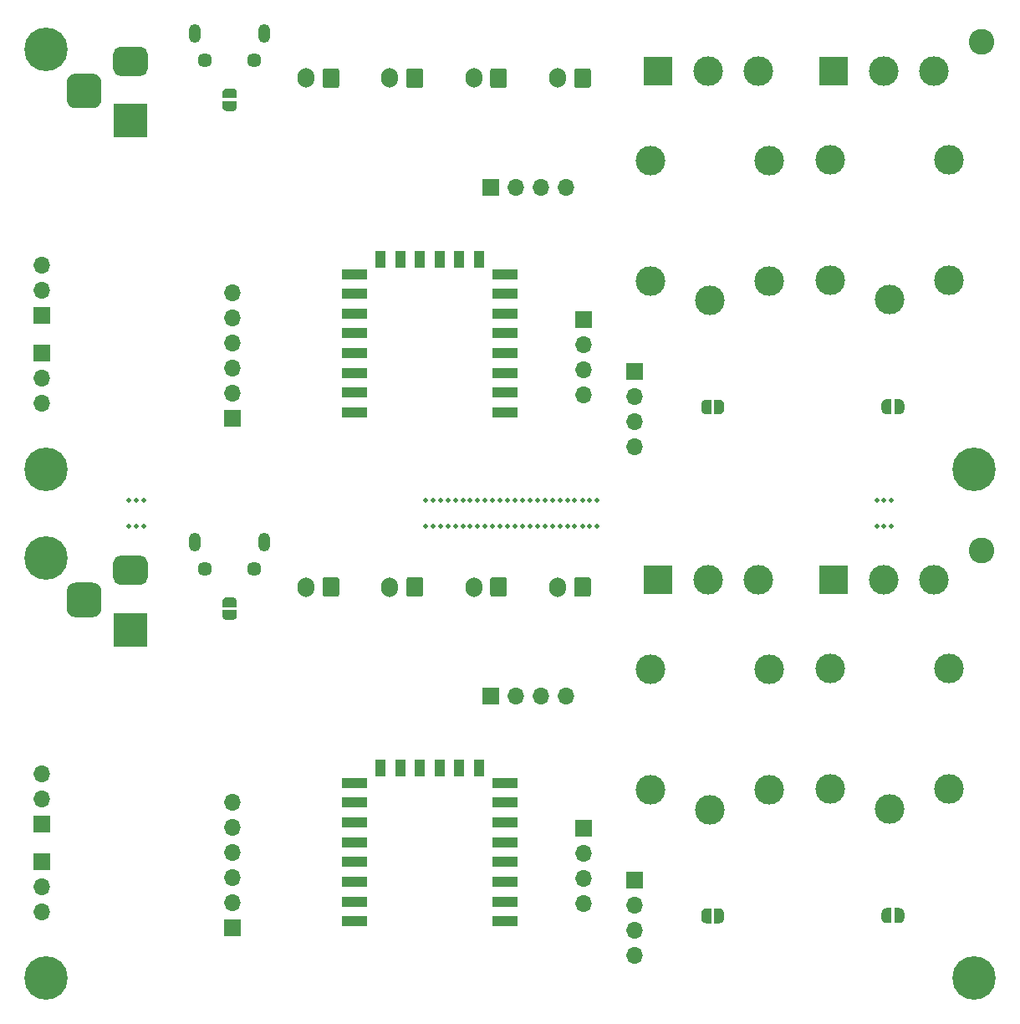
<source format=gbr>
G04 #@! TF.GenerationSoftware,KiCad,Pcbnew,5.1.9-73d0e3b20d~88~ubuntu18.04.1*
G04 #@! TF.CreationDate,2021-04-02T00:43:31+03:00*
G04 #@! TF.ProjectId,electra-100x100mm-2x1-panel,656c6563-7472-4612-9d31-303078313030,1*
G04 #@! TF.SameCoordinates,Original*
G04 #@! TF.FileFunction,Soldermask,Bot*
G04 #@! TF.FilePolarity,Negative*
%FSLAX46Y46*%
G04 Gerber Fmt 4.6, Leading zero omitted, Abs format (unit mm)*
G04 Created by KiCad (PCBNEW 5.1.9-73d0e3b20d~88~ubuntu18.04.1) date 2021-04-02 00:43:31*
%MOMM*%
%LPD*%
G01*
G04 APERTURE LIST*
%ADD10C,4.400000*%
%ADD11C,0.700000*%
%ADD12O,1.700000X2.000000*%
%ADD13C,0.100000*%
%ADD14C,3.000000*%
%ADD15R,3.000000X3.000000*%
%ADD16R,3.500000X3.500000*%
%ADD17O,1.700000X1.700000*%
%ADD18R,1.700000X1.700000*%
%ADD19O,1.200000X1.900000*%
%ADD20C,1.450000*%
%ADD21C,2.600000*%
%ADD22R,2.500000X1.000000*%
%ADD23R,1.000000X1.800000*%
%ADD24C,0.500000*%
G04 APERTURE END LIST*
D10*
X108566600Y-158167800D03*
D11*
X110216600Y-158167800D03*
X109733326Y-159334526D03*
X108566600Y-159817800D03*
X107399874Y-159334526D03*
X106916600Y-158167800D03*
X107399874Y-157001074D03*
X108566600Y-156517800D03*
X109733326Y-157001074D03*
D12*
X160394400Y-118611400D03*
G36*
G01*
X163744400Y-117861400D02*
X163744400Y-119361400D01*
G75*
G02*
X163494400Y-119611400I-250000J0D01*
G01*
X162294400Y-119611400D01*
G75*
G02*
X162044400Y-119361400I0J250000D01*
G01*
X162044400Y-117861400D01*
G75*
G02*
X162294400Y-117611400I250000J0D01*
G01*
X163494400Y-117611400D01*
G75*
G02*
X163744400Y-117861400I0J-250000D01*
G01*
G37*
D13*
G36*
X194476900Y-151110000D02*
G01*
X194976900Y-151110000D01*
X194976900Y-151110602D01*
X195001434Y-151110602D01*
X195050265Y-151115412D01*
X195098390Y-151124984D01*
X195145345Y-151139228D01*
X195190678Y-151158005D01*
X195233951Y-151181136D01*
X195274750Y-151208396D01*
X195312679Y-151239524D01*
X195347376Y-151274221D01*
X195378504Y-151312150D01*
X195405764Y-151352949D01*
X195428895Y-151396222D01*
X195447672Y-151441555D01*
X195461916Y-151488510D01*
X195471488Y-151536635D01*
X195476298Y-151585466D01*
X195476298Y-151610000D01*
X195476900Y-151610000D01*
X195476900Y-152110000D01*
X195476298Y-152110000D01*
X195476298Y-152134534D01*
X195471488Y-152183365D01*
X195461916Y-152231490D01*
X195447672Y-152278445D01*
X195428895Y-152323778D01*
X195405764Y-152367051D01*
X195378504Y-152407850D01*
X195347376Y-152445779D01*
X195312679Y-152480476D01*
X195274750Y-152511604D01*
X195233951Y-152538864D01*
X195190678Y-152561995D01*
X195145345Y-152580772D01*
X195098390Y-152595016D01*
X195050265Y-152604588D01*
X195001434Y-152609398D01*
X194976900Y-152609398D01*
X194976900Y-152610000D01*
X194476900Y-152610000D01*
X194476900Y-151110000D01*
G37*
G36*
X193676900Y-152609398D02*
G01*
X193652366Y-152609398D01*
X193603535Y-152604588D01*
X193555410Y-152595016D01*
X193508455Y-152580772D01*
X193463122Y-152561995D01*
X193419849Y-152538864D01*
X193379050Y-152511604D01*
X193341121Y-152480476D01*
X193306424Y-152445779D01*
X193275296Y-152407850D01*
X193248036Y-152367051D01*
X193224905Y-152323778D01*
X193206128Y-152278445D01*
X193191884Y-152231490D01*
X193182312Y-152183365D01*
X193177502Y-152134534D01*
X193177502Y-152110000D01*
X193176900Y-152110000D01*
X193176900Y-151610000D01*
X193177502Y-151610000D01*
X193177502Y-151585466D01*
X193182312Y-151536635D01*
X193191884Y-151488510D01*
X193206128Y-151441555D01*
X193224905Y-151396222D01*
X193248036Y-151352949D01*
X193275296Y-151312150D01*
X193306424Y-151274221D01*
X193341121Y-151239524D01*
X193379050Y-151208396D01*
X193419849Y-151181136D01*
X193463122Y-151158005D01*
X193508455Y-151139228D01*
X193555410Y-151124984D01*
X193603535Y-151115412D01*
X193652366Y-151110602D01*
X193676900Y-151110602D01*
X193676900Y-151110000D01*
X194176900Y-151110000D01*
X194176900Y-152610000D01*
X193676900Y-152610000D01*
X193676900Y-152609398D01*
G37*
D14*
X198486600Y-117887800D03*
X193406600Y-117887800D03*
D15*
X188326600Y-117887800D03*
G36*
G01*
X146751800Y-117861400D02*
X146751800Y-119361400D01*
G75*
G02*
X146501800Y-119611400I-250000J0D01*
G01*
X145301800Y-119611400D01*
G75*
G02*
X145051800Y-119361400I0J250000D01*
G01*
X145051800Y-117861400D01*
G75*
G02*
X145301800Y-117611400I250000J0D01*
G01*
X146501800Y-117611400D01*
G75*
G02*
X146751800Y-117861400I0J-250000D01*
G01*
G37*
D12*
X143401800Y-118611400D03*
X134918200Y-118611400D03*
G36*
G01*
X138268200Y-117861400D02*
X138268200Y-119361400D01*
G75*
G02*
X138018200Y-119611400I-250000J0D01*
G01*
X136818200Y-119611400D01*
G75*
G02*
X136568200Y-119361400I0J250000D01*
G01*
X136568200Y-117861400D01*
G75*
G02*
X136818200Y-117611400I250000J0D01*
G01*
X138018200Y-117611400D01*
G75*
G02*
X138268200Y-117861400I0J-250000D01*
G01*
G37*
D15*
X170576600Y-117887800D03*
D14*
X175656600Y-117887800D03*
X180736600Y-117887800D03*
G36*
G01*
X111541600Y-118167800D02*
X113291600Y-118167800D01*
G75*
G02*
X114166600Y-119042800I0J-875000D01*
G01*
X114166600Y-120792800D01*
G75*
G02*
X113291600Y-121667800I-875000J0D01*
G01*
X111541600Y-121667800D01*
G75*
G02*
X110666600Y-120792800I0J875000D01*
G01*
X110666600Y-119042800D01*
G75*
G02*
X111541600Y-118167800I875000J0D01*
G01*
G37*
G36*
G01*
X116116600Y-115417800D02*
X118116600Y-115417800D01*
G75*
G02*
X118866600Y-116167800I0J-750000D01*
G01*
X118866600Y-117667800D01*
G75*
G02*
X118116600Y-118417800I-750000J0D01*
G01*
X116116600Y-118417800D01*
G75*
G02*
X115366600Y-117667800I0J750000D01*
G01*
X115366600Y-116167800D01*
G75*
G02*
X116116600Y-115417800I750000J0D01*
G01*
G37*
D16*
X117116600Y-122917800D03*
D17*
X108106600Y-137559800D03*
X108106600Y-140099800D03*
D18*
X108106600Y-142639800D03*
D17*
X127436000Y-140379200D03*
X127436000Y-142919200D03*
X127436000Y-145459200D03*
X127436000Y-147999200D03*
X127436000Y-150539200D03*
D18*
X127436000Y-153079200D03*
D13*
G36*
X126406600Y-120645800D02*
G01*
X126406600Y-120145800D01*
X126407202Y-120145800D01*
X126407202Y-120121266D01*
X126412012Y-120072435D01*
X126421584Y-120024310D01*
X126435828Y-119977355D01*
X126454605Y-119932022D01*
X126477736Y-119888749D01*
X126504996Y-119847950D01*
X126536124Y-119810021D01*
X126570821Y-119775324D01*
X126608750Y-119744196D01*
X126649549Y-119716936D01*
X126692822Y-119693805D01*
X126738155Y-119675028D01*
X126785110Y-119660784D01*
X126833235Y-119651212D01*
X126882066Y-119646402D01*
X126906600Y-119646402D01*
X126906600Y-119645800D01*
X127406600Y-119645800D01*
X127406600Y-119646402D01*
X127431134Y-119646402D01*
X127479965Y-119651212D01*
X127528090Y-119660784D01*
X127575045Y-119675028D01*
X127620378Y-119693805D01*
X127663651Y-119716936D01*
X127704450Y-119744196D01*
X127742379Y-119775324D01*
X127777076Y-119810021D01*
X127808204Y-119847950D01*
X127835464Y-119888749D01*
X127858595Y-119932022D01*
X127877372Y-119977355D01*
X127891616Y-120024310D01*
X127901188Y-120072435D01*
X127905998Y-120121266D01*
X127905998Y-120145800D01*
X127906600Y-120145800D01*
X127906600Y-120645800D01*
X126406600Y-120645800D01*
G37*
G36*
X127905998Y-121445800D02*
G01*
X127905998Y-121470334D01*
X127901188Y-121519165D01*
X127891616Y-121567290D01*
X127877372Y-121614245D01*
X127858595Y-121659578D01*
X127835464Y-121702851D01*
X127808204Y-121743650D01*
X127777076Y-121781579D01*
X127742379Y-121816276D01*
X127704450Y-121847404D01*
X127663651Y-121874664D01*
X127620378Y-121897795D01*
X127575045Y-121916572D01*
X127528090Y-121930816D01*
X127479965Y-121940388D01*
X127431134Y-121945198D01*
X127406600Y-121945198D01*
X127406600Y-121945800D01*
X126906600Y-121945800D01*
X126906600Y-121945198D01*
X126882066Y-121945198D01*
X126833235Y-121940388D01*
X126785110Y-121930816D01*
X126738155Y-121916572D01*
X126692822Y-121897795D01*
X126649549Y-121874664D01*
X126608750Y-121847404D01*
X126570821Y-121816276D01*
X126536124Y-121781579D01*
X126504996Y-121743650D01*
X126477736Y-121702851D01*
X126454605Y-121659578D01*
X126435828Y-121614245D01*
X126421584Y-121567290D01*
X126412012Y-121519165D01*
X126407202Y-121470334D01*
X126407202Y-121445800D01*
X126406600Y-121445800D01*
X126406600Y-120945800D01*
X127906600Y-120945800D01*
X127906600Y-121445800D01*
X127905998Y-121445800D01*
G37*
D18*
X108106600Y-146449800D03*
D17*
X108106600Y-148989800D03*
X108106600Y-151529800D03*
D19*
X123626600Y-114097800D03*
X130626600Y-114097800D03*
D20*
X124626600Y-116797800D03*
X129626600Y-116797800D03*
D17*
X161192600Y-129685800D03*
X158652600Y-129685800D03*
X156112600Y-129685800D03*
D18*
X153572600Y-129685800D03*
D14*
X199966600Y-139037800D03*
X199966600Y-126837800D03*
X187966600Y-126837800D03*
X187966600Y-139037800D03*
X193966600Y-141037800D03*
D21*
X203331200Y-114903000D03*
D13*
G36*
X176227000Y-151135400D02*
G01*
X176727000Y-151135400D01*
X176727000Y-151136002D01*
X176751534Y-151136002D01*
X176800365Y-151140812D01*
X176848490Y-151150384D01*
X176895445Y-151164628D01*
X176940778Y-151183405D01*
X176984051Y-151206536D01*
X177024850Y-151233796D01*
X177062779Y-151264924D01*
X177097476Y-151299621D01*
X177128604Y-151337550D01*
X177155864Y-151378349D01*
X177178995Y-151421622D01*
X177197772Y-151466955D01*
X177212016Y-151513910D01*
X177221588Y-151562035D01*
X177226398Y-151610866D01*
X177226398Y-151635400D01*
X177227000Y-151635400D01*
X177227000Y-152135400D01*
X177226398Y-152135400D01*
X177226398Y-152159934D01*
X177221588Y-152208765D01*
X177212016Y-152256890D01*
X177197772Y-152303845D01*
X177178995Y-152349178D01*
X177155864Y-152392451D01*
X177128604Y-152433250D01*
X177097476Y-152471179D01*
X177062779Y-152505876D01*
X177024850Y-152537004D01*
X176984051Y-152564264D01*
X176940778Y-152587395D01*
X176895445Y-152606172D01*
X176848490Y-152620416D01*
X176800365Y-152629988D01*
X176751534Y-152634798D01*
X176727000Y-152634798D01*
X176727000Y-152635400D01*
X176227000Y-152635400D01*
X176227000Y-151135400D01*
G37*
G36*
X175427000Y-152634798D02*
G01*
X175402466Y-152634798D01*
X175353635Y-152629988D01*
X175305510Y-152620416D01*
X175258555Y-152606172D01*
X175213222Y-152587395D01*
X175169949Y-152564264D01*
X175129150Y-152537004D01*
X175091221Y-152505876D01*
X175056524Y-152471179D01*
X175025396Y-152433250D01*
X174998136Y-152392451D01*
X174975005Y-152349178D01*
X174956228Y-152303845D01*
X174941984Y-152256890D01*
X174932412Y-152208765D01*
X174927602Y-152159934D01*
X174927602Y-152135400D01*
X174927000Y-152135400D01*
X174927000Y-151635400D01*
X174927602Y-151635400D01*
X174927602Y-151610866D01*
X174932412Y-151562035D01*
X174941984Y-151513910D01*
X174956228Y-151466955D01*
X174975005Y-151421622D01*
X174998136Y-151378349D01*
X175025396Y-151337550D01*
X175056524Y-151299621D01*
X175091221Y-151264924D01*
X175129150Y-151233796D01*
X175169949Y-151206536D01*
X175213222Y-151183405D01*
X175258555Y-151164628D01*
X175305510Y-151150384D01*
X175353635Y-151140812D01*
X175402466Y-151136002D01*
X175427000Y-151136002D01*
X175427000Y-151135400D01*
X175927000Y-151135400D01*
X175927000Y-152635400D01*
X175427000Y-152635400D01*
X175427000Y-152634798D01*
G37*
D11*
X109733326Y-114501074D03*
X108566600Y-114017800D03*
X107399874Y-114501074D03*
X106916600Y-115667800D03*
X107399874Y-116834526D03*
X108566600Y-117317800D03*
X109733326Y-116834526D03*
X110216600Y-115667800D03*
D10*
X108566600Y-115667800D03*
D18*
X162983300Y-143008100D03*
D17*
X162983300Y-145548100D03*
X162983300Y-148088100D03*
X162983300Y-150628100D03*
X168203000Y-155898600D03*
X168203000Y-153358600D03*
X168203000Y-150818600D03*
D18*
X168203000Y-148278600D03*
D14*
X175796600Y-141127800D03*
X169796600Y-139127800D03*
X169796600Y-126927800D03*
X181796600Y-126927800D03*
X181796600Y-139127800D03*
D11*
X203733326Y-157001074D03*
X202566600Y-156517800D03*
X201399874Y-157001074D03*
X200916600Y-158167800D03*
X201399874Y-159334526D03*
X202566600Y-159817800D03*
X203733326Y-159334526D03*
X204216600Y-158167800D03*
D10*
X202566600Y-158167800D03*
D22*
X155025800Y-152439000D03*
X155025800Y-150439000D03*
X155025800Y-148439000D03*
X155025800Y-146439000D03*
X155025800Y-144439000D03*
X155025800Y-142439000D03*
X155025800Y-140439000D03*
X155025800Y-138439000D03*
D23*
X152425800Y-136939000D03*
X150425800Y-136939000D03*
X148425800Y-136939000D03*
X146425800Y-136939000D03*
X144425800Y-136939000D03*
X142425800Y-136939000D03*
D22*
X139825800Y-138439000D03*
X139825800Y-140439000D03*
X139825800Y-142439000D03*
X139825800Y-144439000D03*
X139825800Y-146439000D03*
X139825800Y-148439000D03*
X139825800Y-150439000D03*
X139825800Y-152439000D03*
G36*
G01*
X155235400Y-117861400D02*
X155235400Y-119361400D01*
G75*
G02*
X154985400Y-119611400I-250000J0D01*
G01*
X153785400Y-119611400D01*
G75*
G02*
X153535400Y-119361400I0J250000D01*
G01*
X153535400Y-117861400D01*
G75*
G02*
X153785400Y-117611400I250000J0D01*
G01*
X154985400Y-117611400D01*
G75*
G02*
X155235400Y-117861400I0J-250000D01*
G01*
G37*
D12*
X151885400Y-118611400D03*
D24*
X164380100Y-112474200D03*
X163630100Y-109874200D03*
X163630100Y-112474200D03*
X162880100Y-112474200D03*
X164380100Y-109874200D03*
X162880100Y-109874200D03*
X162105100Y-112474200D03*
X161355100Y-109874200D03*
X161355100Y-112474200D03*
X160605100Y-112474200D03*
X162105100Y-109874200D03*
X160605100Y-109874200D03*
X159830100Y-112474200D03*
X159080100Y-109874200D03*
X159080100Y-112474200D03*
X158330100Y-112474200D03*
X159830100Y-109874200D03*
X158330100Y-109874200D03*
X157555100Y-112474200D03*
X156805100Y-109874200D03*
X156805100Y-112474200D03*
X156055100Y-112474200D03*
X157555100Y-109874200D03*
X156055100Y-109874200D03*
X155280100Y-112474200D03*
X154530100Y-109874200D03*
X154530100Y-112474200D03*
X153780100Y-112474200D03*
X155280100Y-109874200D03*
X153780100Y-109874200D03*
X153030100Y-112474200D03*
X152280100Y-109874200D03*
X152280100Y-112474200D03*
X151530100Y-112474200D03*
X153030100Y-109874200D03*
X151530100Y-109874200D03*
X150780100Y-112474200D03*
X150030100Y-109874200D03*
X150030100Y-112474200D03*
X149280100Y-112474200D03*
X150780100Y-109874200D03*
X149280100Y-109874200D03*
X148530100Y-112474200D03*
X147780100Y-112474200D03*
X147030100Y-112474200D03*
X148530100Y-109874200D03*
X147780100Y-109874200D03*
X147030100Y-109874200D03*
X193430100Y-109874200D03*
X193430100Y-112474200D03*
X194180100Y-109874200D03*
X192680100Y-109874200D03*
X192680100Y-112474200D03*
X194180100Y-112474200D03*
X118480100Y-112474200D03*
X116980100Y-112474200D03*
X116980100Y-109874200D03*
X118480100Y-109874200D03*
X117730100Y-112474200D03*
X117730100Y-109874200D03*
D21*
X203331200Y-63403000D03*
D17*
X162983300Y-99128100D03*
X162983300Y-96588100D03*
X162983300Y-94048100D03*
D18*
X162983300Y-91508100D03*
D10*
X108566600Y-64167800D03*
D11*
X110216600Y-64167800D03*
X109733326Y-65334526D03*
X108566600Y-65817800D03*
X107399874Y-65334526D03*
X106916600Y-64167800D03*
X107399874Y-63001074D03*
X108566600Y-62517800D03*
X109733326Y-63001074D03*
X109733326Y-105501074D03*
X108566600Y-105017800D03*
X107399874Y-105501074D03*
X106916600Y-106667800D03*
X107399874Y-107834526D03*
X108566600Y-108317800D03*
X109733326Y-107834526D03*
X110216600Y-106667800D03*
D10*
X108566600Y-106667800D03*
X202566600Y-106667800D03*
D11*
X204216600Y-106667800D03*
X203733326Y-107834526D03*
X202566600Y-108317800D03*
X201399874Y-107834526D03*
X200916600Y-106667800D03*
X201399874Y-105501074D03*
X202566600Y-105017800D03*
X203733326Y-105501074D03*
D14*
X180736600Y-66387800D03*
X175656600Y-66387800D03*
D15*
X170576600Y-66387800D03*
G36*
G01*
X163744400Y-66361400D02*
X163744400Y-67861400D01*
G75*
G02*
X163494400Y-68111400I-250000J0D01*
G01*
X162294400Y-68111400D01*
G75*
G02*
X162044400Y-67861400I0J250000D01*
G01*
X162044400Y-66361400D01*
G75*
G02*
X162294400Y-66111400I250000J0D01*
G01*
X163494400Y-66111400D01*
G75*
G02*
X163744400Y-66361400I0J-250000D01*
G01*
G37*
D12*
X160394400Y-67111400D03*
X151885400Y-67111400D03*
G36*
G01*
X155235400Y-66361400D02*
X155235400Y-67861400D01*
G75*
G02*
X154985400Y-68111400I-250000J0D01*
G01*
X153785400Y-68111400D01*
G75*
G02*
X153535400Y-67861400I0J250000D01*
G01*
X153535400Y-66361400D01*
G75*
G02*
X153785400Y-66111400I250000J0D01*
G01*
X154985400Y-66111400D01*
G75*
G02*
X155235400Y-66361400I0J-250000D01*
G01*
G37*
X143401800Y-67111400D03*
G36*
G01*
X146751800Y-66361400D02*
X146751800Y-67861400D01*
G75*
G02*
X146501800Y-68111400I-250000J0D01*
G01*
X145301800Y-68111400D01*
G75*
G02*
X145051800Y-67861400I0J250000D01*
G01*
X145051800Y-66361400D01*
G75*
G02*
X145301800Y-66111400I250000J0D01*
G01*
X146501800Y-66111400D01*
G75*
G02*
X146751800Y-66361400I0J-250000D01*
G01*
G37*
G36*
G01*
X138268200Y-66361400D02*
X138268200Y-67861400D01*
G75*
G02*
X138018200Y-68111400I-250000J0D01*
G01*
X136818200Y-68111400D01*
G75*
G02*
X136568200Y-67861400I0J250000D01*
G01*
X136568200Y-66361400D01*
G75*
G02*
X136818200Y-66111400I250000J0D01*
G01*
X138018200Y-66111400D01*
G75*
G02*
X138268200Y-66361400I0J-250000D01*
G01*
G37*
X134918200Y-67111400D03*
D18*
X153572600Y-78185800D03*
D17*
X156112600Y-78185800D03*
X158652600Y-78185800D03*
X161192600Y-78185800D03*
D15*
X188326600Y-66387800D03*
D14*
X193406600Y-66387800D03*
X198486600Y-66387800D03*
D13*
G36*
X175427000Y-101134798D02*
G01*
X175402466Y-101134798D01*
X175353635Y-101129988D01*
X175305510Y-101120416D01*
X175258555Y-101106172D01*
X175213222Y-101087395D01*
X175169949Y-101064264D01*
X175129150Y-101037004D01*
X175091221Y-101005876D01*
X175056524Y-100971179D01*
X175025396Y-100933250D01*
X174998136Y-100892451D01*
X174975005Y-100849178D01*
X174956228Y-100803845D01*
X174941984Y-100756890D01*
X174932412Y-100708765D01*
X174927602Y-100659934D01*
X174927602Y-100635400D01*
X174927000Y-100635400D01*
X174927000Y-100135400D01*
X174927602Y-100135400D01*
X174927602Y-100110866D01*
X174932412Y-100062035D01*
X174941984Y-100013910D01*
X174956228Y-99966955D01*
X174975005Y-99921622D01*
X174998136Y-99878349D01*
X175025396Y-99837550D01*
X175056524Y-99799621D01*
X175091221Y-99764924D01*
X175129150Y-99733796D01*
X175169949Y-99706536D01*
X175213222Y-99683405D01*
X175258555Y-99664628D01*
X175305510Y-99650384D01*
X175353635Y-99640812D01*
X175402466Y-99636002D01*
X175427000Y-99636002D01*
X175427000Y-99635400D01*
X175927000Y-99635400D01*
X175927000Y-101135400D01*
X175427000Y-101135400D01*
X175427000Y-101134798D01*
G37*
G36*
X176227000Y-99635400D02*
G01*
X176727000Y-99635400D01*
X176727000Y-99636002D01*
X176751534Y-99636002D01*
X176800365Y-99640812D01*
X176848490Y-99650384D01*
X176895445Y-99664628D01*
X176940778Y-99683405D01*
X176984051Y-99706536D01*
X177024850Y-99733796D01*
X177062779Y-99764924D01*
X177097476Y-99799621D01*
X177128604Y-99837550D01*
X177155864Y-99878349D01*
X177178995Y-99921622D01*
X177197772Y-99966955D01*
X177212016Y-100013910D01*
X177221588Y-100062035D01*
X177226398Y-100110866D01*
X177226398Y-100135400D01*
X177227000Y-100135400D01*
X177227000Y-100635400D01*
X177226398Y-100635400D01*
X177226398Y-100659934D01*
X177221588Y-100708765D01*
X177212016Y-100756890D01*
X177197772Y-100803845D01*
X177178995Y-100849178D01*
X177155864Y-100892451D01*
X177128604Y-100933250D01*
X177097476Y-100971179D01*
X177062779Y-101005876D01*
X177024850Y-101037004D01*
X176984051Y-101064264D01*
X176940778Y-101087395D01*
X176895445Y-101106172D01*
X176848490Y-101120416D01*
X176800365Y-101129988D01*
X176751534Y-101134798D01*
X176727000Y-101134798D01*
X176727000Y-101135400D01*
X176227000Y-101135400D01*
X176227000Y-99635400D01*
G37*
G36*
X193676900Y-101109398D02*
G01*
X193652366Y-101109398D01*
X193603535Y-101104588D01*
X193555410Y-101095016D01*
X193508455Y-101080772D01*
X193463122Y-101061995D01*
X193419849Y-101038864D01*
X193379050Y-101011604D01*
X193341121Y-100980476D01*
X193306424Y-100945779D01*
X193275296Y-100907850D01*
X193248036Y-100867051D01*
X193224905Y-100823778D01*
X193206128Y-100778445D01*
X193191884Y-100731490D01*
X193182312Y-100683365D01*
X193177502Y-100634534D01*
X193177502Y-100610000D01*
X193176900Y-100610000D01*
X193176900Y-100110000D01*
X193177502Y-100110000D01*
X193177502Y-100085466D01*
X193182312Y-100036635D01*
X193191884Y-99988510D01*
X193206128Y-99941555D01*
X193224905Y-99896222D01*
X193248036Y-99852949D01*
X193275296Y-99812150D01*
X193306424Y-99774221D01*
X193341121Y-99739524D01*
X193379050Y-99708396D01*
X193419849Y-99681136D01*
X193463122Y-99658005D01*
X193508455Y-99639228D01*
X193555410Y-99624984D01*
X193603535Y-99615412D01*
X193652366Y-99610602D01*
X193676900Y-99610602D01*
X193676900Y-99610000D01*
X194176900Y-99610000D01*
X194176900Y-101110000D01*
X193676900Y-101110000D01*
X193676900Y-101109398D01*
G37*
G36*
X194476900Y-99610000D02*
G01*
X194976900Y-99610000D01*
X194976900Y-99610602D01*
X195001434Y-99610602D01*
X195050265Y-99615412D01*
X195098390Y-99624984D01*
X195145345Y-99639228D01*
X195190678Y-99658005D01*
X195233951Y-99681136D01*
X195274750Y-99708396D01*
X195312679Y-99739524D01*
X195347376Y-99774221D01*
X195378504Y-99812150D01*
X195405764Y-99852949D01*
X195428895Y-99896222D01*
X195447672Y-99941555D01*
X195461916Y-99988510D01*
X195471488Y-100036635D01*
X195476298Y-100085466D01*
X195476298Y-100110000D01*
X195476900Y-100110000D01*
X195476900Y-100610000D01*
X195476298Y-100610000D01*
X195476298Y-100634534D01*
X195471488Y-100683365D01*
X195461916Y-100731490D01*
X195447672Y-100778445D01*
X195428895Y-100823778D01*
X195405764Y-100867051D01*
X195378504Y-100907850D01*
X195347376Y-100945779D01*
X195312679Y-100980476D01*
X195274750Y-101011604D01*
X195233951Y-101038864D01*
X195190678Y-101061995D01*
X195145345Y-101080772D01*
X195098390Y-101095016D01*
X195050265Y-101104588D01*
X195001434Y-101109398D01*
X194976900Y-101109398D01*
X194976900Y-101110000D01*
X194476900Y-101110000D01*
X194476900Y-99610000D01*
G37*
D14*
X181796600Y-87627800D03*
X181796600Y-75427800D03*
X169796600Y-75427800D03*
X169796600Y-87627800D03*
X175796600Y-89627800D03*
X193966600Y-89537800D03*
X187966600Y-87537800D03*
X187966600Y-75337800D03*
X199966600Y-75337800D03*
X199966600Y-87537800D03*
D22*
X139825800Y-100939000D03*
X139825800Y-98939000D03*
X139825800Y-96939000D03*
X139825800Y-94939000D03*
X139825800Y-92939000D03*
X139825800Y-90939000D03*
X139825800Y-88939000D03*
X139825800Y-86939000D03*
D23*
X142425800Y-85439000D03*
X144425800Y-85439000D03*
X146425800Y-85439000D03*
X148425800Y-85439000D03*
X150425800Y-85439000D03*
X152425800Y-85439000D03*
D22*
X155025800Y-86939000D03*
X155025800Y-88939000D03*
X155025800Y-90939000D03*
X155025800Y-92939000D03*
X155025800Y-94939000D03*
X155025800Y-96939000D03*
X155025800Y-98939000D03*
X155025800Y-100939000D03*
D18*
X108106600Y-91139800D03*
D17*
X108106600Y-88599800D03*
X108106600Y-86059800D03*
D18*
X127436000Y-101579200D03*
D17*
X127436000Y-99039200D03*
X127436000Y-96499200D03*
X127436000Y-93959200D03*
X127436000Y-91419200D03*
X127436000Y-88879200D03*
X108106600Y-100029800D03*
X108106600Y-97489800D03*
D18*
X108106600Y-94949800D03*
X168203000Y-96778600D03*
D17*
X168203000Y-99318600D03*
X168203000Y-101858600D03*
X168203000Y-104398600D03*
D20*
X129626600Y-65297800D03*
X124626600Y-65297800D03*
D19*
X130626600Y-62597800D03*
X123626600Y-62597800D03*
D16*
X117116600Y-71417800D03*
G36*
G01*
X116116600Y-63917800D02*
X118116600Y-63917800D01*
G75*
G02*
X118866600Y-64667800I0J-750000D01*
G01*
X118866600Y-66167800D01*
G75*
G02*
X118116600Y-66917800I-750000J0D01*
G01*
X116116600Y-66917800D01*
G75*
G02*
X115366600Y-66167800I0J750000D01*
G01*
X115366600Y-64667800D01*
G75*
G02*
X116116600Y-63917800I750000J0D01*
G01*
G37*
G36*
G01*
X111541600Y-66667800D02*
X113291600Y-66667800D01*
G75*
G02*
X114166600Y-67542800I0J-875000D01*
G01*
X114166600Y-69292800D01*
G75*
G02*
X113291600Y-70167800I-875000J0D01*
G01*
X111541600Y-70167800D01*
G75*
G02*
X110666600Y-69292800I0J875000D01*
G01*
X110666600Y-67542800D01*
G75*
G02*
X111541600Y-66667800I875000J0D01*
G01*
G37*
D13*
G36*
X127905998Y-69945800D02*
G01*
X127905998Y-69970334D01*
X127901188Y-70019165D01*
X127891616Y-70067290D01*
X127877372Y-70114245D01*
X127858595Y-70159578D01*
X127835464Y-70202851D01*
X127808204Y-70243650D01*
X127777076Y-70281579D01*
X127742379Y-70316276D01*
X127704450Y-70347404D01*
X127663651Y-70374664D01*
X127620378Y-70397795D01*
X127575045Y-70416572D01*
X127528090Y-70430816D01*
X127479965Y-70440388D01*
X127431134Y-70445198D01*
X127406600Y-70445198D01*
X127406600Y-70445800D01*
X126906600Y-70445800D01*
X126906600Y-70445198D01*
X126882066Y-70445198D01*
X126833235Y-70440388D01*
X126785110Y-70430816D01*
X126738155Y-70416572D01*
X126692822Y-70397795D01*
X126649549Y-70374664D01*
X126608750Y-70347404D01*
X126570821Y-70316276D01*
X126536124Y-70281579D01*
X126504996Y-70243650D01*
X126477736Y-70202851D01*
X126454605Y-70159578D01*
X126435828Y-70114245D01*
X126421584Y-70067290D01*
X126412012Y-70019165D01*
X126407202Y-69970334D01*
X126407202Y-69945800D01*
X126406600Y-69945800D01*
X126406600Y-69445800D01*
X127906600Y-69445800D01*
X127906600Y-69945800D01*
X127905998Y-69945800D01*
G37*
G36*
X126406600Y-69145800D02*
G01*
X126406600Y-68645800D01*
X126407202Y-68645800D01*
X126407202Y-68621266D01*
X126412012Y-68572435D01*
X126421584Y-68524310D01*
X126435828Y-68477355D01*
X126454605Y-68432022D01*
X126477736Y-68388749D01*
X126504996Y-68347950D01*
X126536124Y-68310021D01*
X126570821Y-68275324D01*
X126608750Y-68244196D01*
X126649549Y-68216936D01*
X126692822Y-68193805D01*
X126738155Y-68175028D01*
X126785110Y-68160784D01*
X126833235Y-68151212D01*
X126882066Y-68146402D01*
X126906600Y-68146402D01*
X126906600Y-68145800D01*
X127406600Y-68145800D01*
X127406600Y-68146402D01*
X127431134Y-68146402D01*
X127479965Y-68151212D01*
X127528090Y-68160784D01*
X127575045Y-68175028D01*
X127620378Y-68193805D01*
X127663651Y-68216936D01*
X127704450Y-68244196D01*
X127742379Y-68275324D01*
X127777076Y-68310021D01*
X127808204Y-68347950D01*
X127835464Y-68388749D01*
X127858595Y-68432022D01*
X127877372Y-68477355D01*
X127891616Y-68524310D01*
X127901188Y-68572435D01*
X127905998Y-68621266D01*
X127905998Y-68645800D01*
X127906600Y-68645800D01*
X127906600Y-69145800D01*
X126406600Y-69145800D01*
G37*
M02*

</source>
